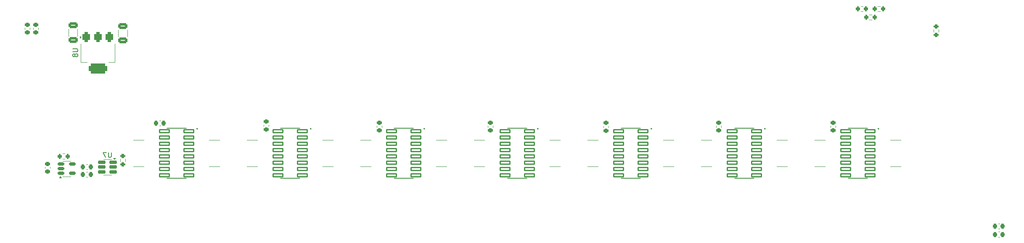
<source format=gbr>
%TF.GenerationSoftware,KiCad,Pcbnew,8.0.4*%
%TF.CreationDate,2024-10-18T15:09:13-05:00*%
%TF.ProjectId,numlocked_right,6e756d6c-6f63-46b6-9564-5f7269676874,rev?*%
%TF.SameCoordinates,Original*%
%TF.FileFunction,Legend,Bot*%
%TF.FilePolarity,Positive*%
%FSLAX46Y46*%
G04 Gerber Fmt 4.6, Leading zero omitted, Abs format (unit mm)*
G04 Created by KiCad (PCBNEW 8.0.4) date 2024-10-18 15:09:13*
%MOMM*%
%LPD*%
G01*
G04 APERTURE LIST*
G04 Aperture macros list*
%AMRoundRect*
0 Rectangle with rounded corners*
0 $1 Rounding radius*
0 $2 $3 $4 $5 $6 $7 $8 $9 X,Y pos of 4 corners*
0 Add a 4 corners polygon primitive as box body*
4,1,4,$2,$3,$4,$5,$6,$7,$8,$9,$2,$3,0*
0 Add four circle primitives for the rounded corners*
1,1,$1+$1,$2,$3*
1,1,$1+$1,$4,$5*
1,1,$1+$1,$6,$7*
1,1,$1+$1,$8,$9*
0 Add four rect primitives between the rounded corners*
20,1,$1+$1,$2,$3,$4,$5,0*
20,1,$1+$1,$4,$5,$6,$7,0*
20,1,$1+$1,$6,$7,$8,$9,0*
20,1,$1+$1,$8,$9,$2,$3,0*%
G04 Aperture macros list end*
%ADD10C,0.150000*%
%ADD11C,0.120000*%
%ADD12C,0.127000*%
%ADD13C,0.200000*%
%ADD14C,1.700000*%
%ADD15C,3.000000*%
%ADD16C,4.000000*%
%ADD17R,2.550000X2.500000*%
%ADD18C,3.050000*%
%ADD19C,1.800000*%
%ADD20C,4.400000*%
%ADD21R,0.900000X0.900000*%
%ADD22RoundRect,0.375000X-0.375000X0.625000X-0.375000X-0.625000X0.375000X-0.625000X0.375000X0.625000X0*%
%ADD23RoundRect,0.500000X-1.400000X0.500000X-1.400000X-0.500000X1.400000X-0.500000X1.400000X0.500000X0*%
%ADD24RoundRect,0.200000X0.275000X-0.200000X0.275000X0.200000X-0.275000X0.200000X-0.275000X-0.200000X0*%
%ADD25RoundRect,0.100500X0.986500X0.301500X-0.986500X0.301500X-0.986500X-0.301500X0.986500X-0.301500X0*%
%ADD26RoundRect,0.200000X-0.200000X-0.275000X0.200000X-0.275000X0.200000X0.275000X-0.200000X0.275000X0*%
%ADD27RoundRect,0.225000X0.250000X-0.225000X0.250000X0.225000X-0.250000X0.225000X-0.250000X-0.225000X0*%
%ADD28RoundRect,0.225000X0.225000X0.250000X-0.225000X0.250000X-0.225000X-0.250000X0.225000X-0.250000X0*%
%ADD29RoundRect,0.150000X0.650000X0.150000X-0.650000X0.150000X-0.650000X-0.150000X0.650000X-0.150000X0*%
%ADD30RoundRect,0.250000X0.650000X-0.325000X0.650000X0.325000X-0.650000X0.325000X-0.650000X-0.325000X0*%
%ADD31RoundRect,0.225000X-0.225000X-0.250000X0.225000X-0.250000X0.225000X0.250000X-0.225000X0.250000X0*%
%ADD32RoundRect,0.150000X-0.512500X-0.150000X0.512500X-0.150000X0.512500X0.150000X-0.512500X0.150000X0*%
G04 APERTURE END LIST*
D10*
X87204112Y-31462388D02*
X88013635Y-31462388D01*
X88013635Y-31462388D02*
X88108873Y-31510007D01*
X88108873Y-31510007D02*
X88156493Y-31557626D01*
X88156493Y-31557626D02*
X88204112Y-31652864D01*
X88204112Y-31652864D02*
X88204112Y-31843340D01*
X88204112Y-31843340D02*
X88156493Y-31938578D01*
X88156493Y-31938578D02*
X88108873Y-31986197D01*
X88108873Y-31986197D02*
X88013635Y-32033816D01*
X88013635Y-32033816D02*
X87204112Y-32033816D01*
X87632683Y-32652864D02*
X87585064Y-32557626D01*
X87585064Y-32557626D02*
X87537445Y-32510007D01*
X87537445Y-32510007D02*
X87442207Y-32462388D01*
X87442207Y-32462388D02*
X87394588Y-32462388D01*
X87394588Y-32462388D02*
X87299350Y-32510007D01*
X87299350Y-32510007D02*
X87251731Y-32557626D01*
X87251731Y-32557626D02*
X87204112Y-32652864D01*
X87204112Y-32652864D02*
X87204112Y-32843340D01*
X87204112Y-32843340D02*
X87251731Y-32938578D01*
X87251731Y-32938578D02*
X87299350Y-32986197D01*
X87299350Y-32986197D02*
X87394588Y-33033816D01*
X87394588Y-33033816D02*
X87442207Y-33033816D01*
X87442207Y-33033816D02*
X87537445Y-32986197D01*
X87537445Y-32986197D02*
X87585064Y-32938578D01*
X87585064Y-32938578D02*
X87632683Y-32843340D01*
X87632683Y-32843340D02*
X87632683Y-32652864D01*
X87632683Y-32652864D02*
X87680302Y-32557626D01*
X87680302Y-32557626D02*
X87727921Y-32510007D01*
X87727921Y-32510007D02*
X87823159Y-32462388D01*
X87823159Y-32462388D02*
X88013635Y-32462388D01*
X88013635Y-32462388D02*
X88108873Y-32510007D01*
X88108873Y-32510007D02*
X88156493Y-32557626D01*
X88156493Y-32557626D02*
X88204112Y-32652864D01*
X88204112Y-32652864D02*
X88204112Y-32843340D01*
X88204112Y-32843340D02*
X88156493Y-32938578D01*
X88156493Y-32938578D02*
X88108873Y-32986197D01*
X88108873Y-32986197D02*
X88013635Y-33033816D01*
X88013635Y-33033816D02*
X87823159Y-33033816D01*
X87823159Y-33033816D02*
X87727921Y-32986197D01*
X87727921Y-32986197D02*
X87680302Y-32938578D01*
X87680302Y-32938578D02*
X87632683Y-32843340D01*
X94961904Y-52304819D02*
X94961904Y-53114342D01*
X94961904Y-53114342D02*
X94914285Y-53209580D01*
X94914285Y-53209580D02*
X94866666Y-53257200D01*
X94866666Y-53257200D02*
X94771428Y-53304819D01*
X94771428Y-53304819D02*
X94580952Y-53304819D01*
X94580952Y-53304819D02*
X94485714Y-53257200D01*
X94485714Y-53257200D02*
X94438095Y-53209580D01*
X94438095Y-53209580D02*
X94390476Y-53114342D01*
X94390476Y-53114342D02*
X94390476Y-52304819D01*
X94009523Y-52304819D02*
X93342857Y-52304819D01*
X93342857Y-52304819D02*
X93771428Y-53304819D01*
D11*
%TO.C,RN5*%
X192970000Y-49801600D02*
X190870000Y-49801600D01*
X192970000Y-55141600D02*
X190870000Y-55141600D01*
%TO.C,RN4*%
X170110000Y-49801600D02*
X168010000Y-49801600D01*
X170110000Y-55141600D02*
X168010000Y-55141600D01*
%TO.C,U8*%
X88839293Y-34134293D02*
X88839293Y-30374293D01*
X90099293Y-34134293D02*
X88839293Y-34134293D01*
X94399293Y-34134293D02*
X95659293Y-34134293D01*
X95659293Y-34134293D02*
X95659293Y-30374293D01*
X88939293Y-29094293D02*
X88609293Y-29334293D01*
X88609293Y-28854293D01*
X88939293Y-29094293D01*
G36*
X88939293Y-29094293D02*
G01*
X88609293Y-29334293D01*
X88609293Y-28854293D01*
X88939293Y-29094293D01*
G37*
%TO.C,R1*%
X260477500Y-27537742D02*
X260477500Y-28012258D01*
X261522500Y-27537742D02*
X261522500Y-28012258D01*
%TO.C,R6*%
X96777500Y-53639342D02*
X96777500Y-54113858D01*
X97822500Y-53639342D02*
X97822500Y-54113858D01*
D12*
%TO.C,U2*%
X129010000Y-47406600D02*
X132910000Y-47406600D01*
X129010000Y-57536600D02*
X132910000Y-57536600D01*
D13*
X135205000Y-47526600D02*
G75*
G02*
X135005000Y-47526600I-100000J0D01*
G01*
X135005000Y-47526600D02*
G75*
G02*
X135205000Y-47526600I100000J0D01*
G01*
D11*
%TO.C,RN14*%
X251830000Y-49801600D02*
X253930000Y-49801600D01*
X251830000Y-55141600D02*
X253930000Y-55141600D01*
%TO.C,R4*%
X248037258Y-24554100D02*
X247562742Y-24554100D01*
X248037258Y-25599100D02*
X247562742Y-25599100D01*
%TO.C,C16*%
X81590000Y-55236020D02*
X81590000Y-55517180D01*
X82610000Y-55236020D02*
X82610000Y-55517180D01*
%TO.C,RN3*%
X147250000Y-49801600D02*
X145150000Y-49801600D01*
X147250000Y-55141600D02*
X145150000Y-55141600D01*
%TO.C,C5*%
X194077000Y-46986620D02*
X194077000Y-47267780D01*
X195097000Y-46986620D02*
X195097000Y-47267780D01*
%TO.C,RN6*%
X215830000Y-49801600D02*
X213730000Y-49801600D01*
X215830000Y-55141600D02*
X213730000Y-55141600D01*
%TO.C,C9*%
X273529420Y-66676600D02*
X273810580Y-66676600D01*
X273529420Y-67696600D02*
X273810580Y-67696600D01*
%TO.C,U7*%
X93425000Y-53690000D02*
X94200000Y-53690000D01*
X93425000Y-56810000D02*
X94200000Y-56810000D01*
X94975000Y-53690000D02*
X94200000Y-53690000D01*
X94975000Y-56810000D02*
X94200000Y-56810000D01*
X95562500Y-53740000D02*
X95322500Y-53410000D01*
X95802500Y-53410000D01*
X95562500Y-53740000D01*
G36*
X95562500Y-53740000D02*
G01*
X95322500Y-53410000D01*
X95802500Y-53410000D01*
X95562500Y-53740000D01*
G37*
%TO.C,RN1*%
X101530000Y-49801600D02*
X99430000Y-49801600D01*
X101530000Y-55141600D02*
X99430000Y-55141600D01*
D12*
%TO.C,U3*%
X151870000Y-47406600D02*
X155770000Y-47406600D01*
X151870000Y-57536600D02*
X155770000Y-57536600D01*
D13*
X158065000Y-47526600D02*
G75*
G02*
X157865000Y-47526600I-100000J0D01*
G01*
X157865000Y-47526600D02*
G75*
G02*
X158065000Y-47526600I100000J0D01*
G01*
D11*
%TO.C,RN7*%
X114670000Y-49801600D02*
X116770000Y-49801600D01*
X114670000Y-55141600D02*
X116770000Y-55141600D01*
%TO.C,C13*%
X96390000Y-27588748D02*
X96390000Y-29011252D01*
X98210000Y-27588748D02*
X98210000Y-29011252D01*
%TO.C,RN2*%
X124390000Y-49801600D02*
X122290000Y-49801600D01*
X124390000Y-55141600D02*
X122290000Y-55141600D01*
%TO.C,R3*%
X246337258Y-22854100D02*
X245862742Y-22854100D01*
X246337258Y-23899100D02*
X245862742Y-23899100D01*
%TO.C,C3*%
X148407800Y-46961220D02*
X148407800Y-47242380D01*
X149427800Y-46961220D02*
X149427800Y-47242380D01*
D12*
%TO.C,U4*%
X174730000Y-47406600D02*
X178630000Y-47406600D01*
X174730000Y-57536600D02*
X178630000Y-57536600D01*
D13*
X180925000Y-47526600D02*
G75*
G02*
X180725000Y-47526600I-100000J0D01*
G01*
X180725000Y-47526600D02*
G75*
G02*
X180925000Y-47526600I100000J0D01*
G01*
D11*
%TO.C,RN11*%
X206110000Y-49801600D02*
X208210000Y-49801600D01*
X206110000Y-55141600D02*
X208210000Y-55141600D01*
%TO.C,C2*%
X125624000Y-46743020D02*
X125624000Y-47024180D01*
X126644000Y-46743020D02*
X126644000Y-47024180D01*
%TO.C,C12*%
X86339293Y-27463041D02*
X86339293Y-28885545D01*
X88159293Y-27463041D02*
X88159293Y-28885545D01*
D12*
%TO.C,U6*%
X220450000Y-47406600D02*
X224350000Y-47406600D01*
X220450000Y-57536600D02*
X224350000Y-57536600D01*
D13*
X226645000Y-47526600D02*
G75*
G02*
X226445000Y-47526600I-100000J0D01*
G01*
X226445000Y-47526600D02*
G75*
G02*
X226645000Y-47526600I100000J0D01*
G01*
D12*
%TO.C,U5*%
X197590000Y-47406600D02*
X201490000Y-47406600D01*
X197590000Y-57536600D02*
X201490000Y-57536600D01*
D13*
X203785000Y-47526600D02*
G75*
G02*
X203585000Y-47526600I-100000J0D01*
G01*
X203585000Y-47526600D02*
G75*
G02*
X203785000Y-47526600I100000J0D01*
G01*
D11*
%TO.C,RN12*%
X228970000Y-49801600D02*
X231070000Y-49801600D01*
X228970000Y-55141600D02*
X231070000Y-55141600D01*
%TO.C,C11*%
X77530000Y-27236020D02*
X77530000Y-27517180D01*
X78550000Y-27236020D02*
X78550000Y-27517180D01*
%TO.C,C1*%
X104609420Y-45941600D02*
X104890580Y-45941600D01*
X104609420Y-46961600D02*
X104890580Y-46961600D01*
%TO.C,C7*%
X89900020Y-54679400D02*
X90181180Y-54679400D01*
X89900020Y-55699400D02*
X90181180Y-55699400D01*
D12*
%TO.C,U9*%
X243310000Y-47406600D02*
X247210000Y-47406600D01*
X243310000Y-57536600D02*
X247210000Y-57536600D01*
D13*
X249505000Y-47526600D02*
G75*
G02*
X249305000Y-47526600I-100000J0D01*
G01*
X249305000Y-47526600D02*
G75*
G02*
X249505000Y-47526600I100000J0D01*
G01*
D11*
%TO.C,C6*%
X216784600Y-46961220D02*
X216784600Y-47242380D01*
X217804600Y-46961220D02*
X217804600Y-47242380D01*
%TO.C,RN8*%
X137530000Y-49801600D02*
X139630000Y-49801600D01*
X137530000Y-55141600D02*
X139630000Y-55141600D01*
%TO.C,RN13*%
X238690000Y-49801600D02*
X236590000Y-49801600D01*
X238690000Y-55141600D02*
X236590000Y-55141600D01*
%TO.C,C8*%
X273529420Y-68302200D02*
X273810580Y-68302200D01*
X273529420Y-69322200D02*
X273810580Y-69322200D01*
%TO.C,R5*%
X249737258Y-22854100D02*
X249262742Y-22854100D01*
X249737258Y-23899100D02*
X249262742Y-23899100D01*
%TO.C,RN9*%
X160390000Y-49801600D02*
X162490000Y-49801600D01*
X160390000Y-55141600D02*
X162490000Y-55141600D01*
%TO.C,C15*%
X90178154Y-56273160D02*
X89896994Y-56273160D01*
X90178154Y-57293160D02*
X89896994Y-57293160D01*
%TO.C,C14*%
X239790000Y-46961220D02*
X239790000Y-47242380D01*
X240810000Y-46961220D02*
X240810000Y-47242380D01*
%TO.C,C10*%
X79282600Y-27236020D02*
X79282600Y-27517180D01*
X80302600Y-27236020D02*
X80302600Y-27517180D01*
%TO.C,R7*%
X85637258Y-52554100D02*
X85162742Y-52554100D01*
X85637258Y-53599100D02*
X85162742Y-53599100D01*
%TO.C,RN10*%
X183250000Y-49801600D02*
X185350000Y-49801600D01*
X183250000Y-55141600D02*
X185350000Y-55141600D01*
%TO.C,C4*%
X170810600Y-46961220D02*
X170810600Y-47242380D01*
X171830600Y-46961220D02*
X171830600Y-47242380D01*
D12*
%TO.C,U1*%
X106150000Y-47406600D02*
X110050000Y-47406600D01*
X106150000Y-57536600D02*
X110050000Y-57536600D01*
D13*
X112345000Y-47526600D02*
G75*
G02*
X112145000Y-47526600I-100000J0D01*
G01*
X112145000Y-47526600D02*
G75*
G02*
X112345000Y-47526600I100000J0D01*
G01*
D11*
%TO.C,U10*%
X85200000Y-54016600D02*
X86000000Y-54016600D01*
X85200000Y-57136600D02*
X86000000Y-57136600D01*
X86800000Y-54016600D02*
X86000000Y-54016600D01*
X86800000Y-57136600D02*
X86000000Y-57136600D01*
X84940000Y-57416600D02*
X84460000Y-57416600D01*
X84700000Y-57086600D01*
X84940000Y-57416600D01*
G36*
X84940000Y-57416600D02*
G01*
X84460000Y-57416600D01*
X84700000Y-57086600D01*
X84940000Y-57416600D01*
G37*
%TD*%
%LPC*%
D14*
%TO.C,S2*%
X93495000Y-86141600D03*
D15*
X94765000Y-83601600D03*
D16*
X98575000Y-86141600D03*
D15*
X101115000Y-81061600D03*
D14*
X103655000Y-86141600D03*
D17*
X91165000Y-83601600D03*
X104590000Y-81061600D03*
%TD*%
D14*
%TO.C,S26*%
X188745000Y-86141600D03*
D15*
X190015000Y-83601600D03*
D16*
X193825000Y-86141600D03*
D15*
X196365000Y-81061600D03*
D14*
X198905000Y-86141600D03*
D17*
X186415000Y-83601600D03*
X199840000Y-81061600D03*
%TD*%
D18*
%TO.C,S42*%
X220025000Y-60091600D03*
D16*
X220025000Y-75331600D03*
D14*
X226845000Y-67091600D03*
D15*
X228115000Y-64551600D03*
D16*
X231925000Y-67091600D03*
D15*
X234465000Y-62011600D03*
D14*
X237005000Y-67091600D03*
D18*
X243825000Y-60091600D03*
D16*
X243825000Y-75331600D03*
D17*
X224515000Y-64551600D03*
X237940000Y-62011600D03*
%TD*%
D14*
%TO.C,S12*%
X131595000Y-43279100D03*
D15*
X132865000Y-40739100D03*
D16*
X136675000Y-43279100D03*
D15*
X139215000Y-38199100D03*
D14*
X141755000Y-43279100D03*
D17*
X129265000Y-40739100D03*
X142690000Y-38199100D03*
%TD*%
D19*
%TO.C,J1*%
X274050000Y-71009100D03*
X274050000Y-73509100D03*
X274050000Y-76009100D03*
X274050000Y-78509100D03*
%TD*%
D20*
%TO.C,H4*%
X257500000Y-24000000D03*
%TD*%
D14*
%TO.C,S28*%
X174457500Y-43279100D03*
D15*
X175727500Y-40739100D03*
D16*
X179537500Y-43279100D03*
D15*
X182077500Y-38199100D03*
D14*
X184617500Y-43279100D03*
D17*
X172127500Y-40739100D03*
X185552500Y-38199100D03*
%TD*%
D14*
%TO.C,S11*%
X117307500Y-105191600D03*
D15*
X118577500Y-102651600D03*
D16*
X122387500Y-105191600D03*
D15*
X124927500Y-100111600D03*
D14*
X127467500Y-105191600D03*
D17*
X114977500Y-102651600D03*
X128402500Y-100111600D03*
%TD*%
D14*
%TO.C,S41*%
X241132500Y-148054100D03*
D15*
X242402500Y-145514100D03*
D16*
X246212500Y-148054100D03*
D15*
X248752500Y-142974100D03*
D14*
X251292500Y-148054100D03*
D17*
X238802500Y-145514100D03*
X252227500Y-142974100D03*
%TD*%
D19*
%TO.C,J2*%
X274050000Y-110889100D03*
X274050000Y-113389100D03*
X274050000Y-115889100D03*
X274050000Y-118389100D03*
%TD*%
D14*
%TO.C,S36*%
X193507500Y-43279100D03*
D15*
X194777500Y-40739100D03*
D16*
X198587500Y-43279100D03*
D15*
X201127500Y-38199100D03*
D14*
X203667500Y-43279100D03*
D17*
X191177500Y-40739100D03*
X204602500Y-38199100D03*
%TD*%
D14*
%TO.C,S19*%
X169695000Y-86141600D03*
D15*
X170965000Y-83601600D03*
D16*
X174775000Y-86141600D03*
D15*
X177315000Y-81061600D03*
D14*
X179855000Y-86141600D03*
D17*
X167365000Y-83601600D03*
X180790000Y-81061600D03*
%TD*%
D14*
%TO.C,S31*%
X207795000Y-86141600D03*
D15*
X209065000Y-83601600D03*
D16*
X212875000Y-86141600D03*
D15*
X215415000Y-81061600D03*
D14*
X217955000Y-86141600D03*
D17*
X205465000Y-83601600D03*
X218890000Y-81061600D03*
%TD*%
D20*
%TO.C,H6*%
X250975000Y-62011600D03*
%TD*%
D14*
%TO.C,S25*%
X160170000Y-143291600D03*
D15*
X161440000Y-140751600D03*
D16*
X165250000Y-143291600D03*
D15*
X167790000Y-138211600D03*
D14*
X170330000Y-143291600D03*
D17*
X157840000Y-140751600D03*
X171265000Y-138211600D03*
%TD*%
D14*
%TO.C,S23*%
X174457500Y-105191600D03*
D15*
X175727500Y-102651600D03*
D16*
X179537500Y-105191600D03*
D15*
X182077500Y-100111600D03*
D14*
X184617500Y-105191600D03*
D17*
X172127500Y-102651600D03*
X185552500Y-100111600D03*
%TD*%
D14*
%TO.C,S1*%
X83970000Y-67091600D03*
D15*
X85240000Y-64551600D03*
D16*
X89050000Y-67091600D03*
D15*
X91590000Y-62011600D03*
D14*
X94130000Y-67091600D03*
D17*
X81640000Y-64551600D03*
X95065000Y-62011600D03*
%TD*%
D20*
%TO.C,H1*%
X74000000Y-48804100D03*
%TD*%
D14*
%TO.C,S33*%
X179220000Y-143291600D03*
D15*
X180490000Y-140751600D03*
D16*
X184300000Y-143291600D03*
D15*
X186840000Y-138211600D03*
D14*
X189380000Y-143291600D03*
D17*
X176890000Y-140751600D03*
X190315000Y-138211600D03*
%TD*%
D14*
%TO.C,S45*%
X236370000Y-43279100D03*
D15*
X237640000Y-40739100D03*
D16*
X241450000Y-43279100D03*
D15*
X243990000Y-38199100D03*
D14*
X246530000Y-43279100D03*
D17*
X234040000Y-40739100D03*
X247465000Y-38199100D03*
%TD*%
D20*
%TO.C,H3*%
X159725000Y-156000000D03*
%TD*%
D14*
%TO.C,S13*%
X131595000Y-86141600D03*
D15*
X132865000Y-83601600D03*
D16*
X136675000Y-86141600D03*
D15*
X139215000Y-81061600D03*
D14*
X141755000Y-86141600D03*
D17*
X129265000Y-83601600D03*
X142690000Y-81061600D03*
%TD*%
D14*
%TO.C,S7*%
X112545000Y-86141600D03*
D15*
X113815000Y-83601600D03*
D16*
X117625000Y-86141600D03*
D15*
X120165000Y-81061600D03*
D14*
X122705000Y-86141600D03*
D17*
X110215000Y-83601600D03*
X123640000Y-81061600D03*
%TD*%
D14*
%TO.C,S49*%
X260182500Y-67091600D03*
D15*
X261452500Y-64551600D03*
D16*
X265262500Y-67091600D03*
D15*
X267802500Y-62011600D03*
D14*
X270342500Y-67091600D03*
D17*
X257852500Y-64551600D03*
X271277500Y-62011600D03*
%TD*%
D14*
%TO.C,S29*%
X193507500Y-105191600D03*
D15*
X194777500Y-102651600D03*
D16*
X198587500Y-105191600D03*
D15*
X201127500Y-100111600D03*
D14*
X203667500Y-105191600D03*
D17*
X191177500Y-102651600D03*
X204602500Y-100111600D03*
%TD*%
D14*
%TO.C,S40*%
X222082500Y-148054100D03*
D15*
X223352500Y-145514100D03*
D16*
X227162500Y-148054100D03*
D15*
X229702500Y-142974100D03*
D14*
X232242500Y-148054100D03*
D17*
X219752500Y-145514100D03*
X233177500Y-142974100D03*
%TD*%
D14*
%TO.C,S17*%
X150645000Y-86141600D03*
D15*
X151915000Y-83601600D03*
D16*
X155725000Y-86141600D03*
D15*
X158265000Y-81061600D03*
D14*
X160805000Y-86141600D03*
D17*
X148315000Y-83601600D03*
X161740000Y-81061600D03*
%TD*%
D14*
%TO.C,S24*%
X160170000Y-67091600D03*
D15*
X161440000Y-64551600D03*
D16*
X165250000Y-67091600D03*
D15*
X167790000Y-62011600D03*
D14*
X170330000Y-67091600D03*
D17*
X157840000Y-64551600D03*
X171265000Y-62011600D03*
%TD*%
D14*
%TO.C,S6*%
X98257500Y-105191600D03*
D15*
X99527500Y-102651600D03*
D16*
X103337500Y-105191600D03*
D15*
X105877500Y-100111600D03*
D14*
X108417500Y-105191600D03*
D17*
X95927500Y-102651600D03*
X109352500Y-100111600D03*
%TD*%
D18*
%TO.C,S37*%
X217643750Y-98216600D03*
D16*
X217643750Y-113456600D03*
D14*
X224463750Y-105191600D03*
D15*
X225733750Y-102651600D03*
D16*
X229543750Y-105191600D03*
D15*
X232083750Y-100111600D03*
D14*
X234623750Y-105191600D03*
D18*
X241443750Y-98216600D03*
D16*
X241443750Y-113456600D03*
D17*
X222133750Y-102651600D03*
X235558750Y-100111600D03*
%TD*%
D14*
%TO.C,S15*%
X141120000Y-67091600D03*
D15*
X142390000Y-64551600D03*
D16*
X146200000Y-67091600D03*
D15*
X148740000Y-62011600D03*
D14*
X151280000Y-67091600D03*
D17*
X138790000Y-64551600D03*
X152215000Y-62011600D03*
%TD*%
D14*
%TO.C,S34*%
X198270000Y-143291600D03*
D15*
X199540000Y-140751600D03*
D16*
X203350000Y-143291600D03*
D15*
X205890000Y-138211600D03*
D14*
X208430000Y-143291600D03*
D17*
X195940000Y-140751600D03*
X209365000Y-138211600D03*
%TD*%
D14*
%TO.C,S9*%
X107782500Y-124241600D03*
D15*
X109052500Y-121701600D03*
D16*
X112862500Y-124241600D03*
D15*
X115402500Y-119161600D03*
D14*
X117942500Y-124241600D03*
D17*
X105452500Y-121701600D03*
X118877500Y-119161600D03*
%TD*%
D14*
%TO.C,S21*%
X164932500Y-124241600D03*
D15*
X166202500Y-121701600D03*
D16*
X170012500Y-124241600D03*
D15*
X172552500Y-119161600D03*
D14*
X175092500Y-124241600D03*
D17*
X162602500Y-121701600D03*
X176027500Y-119161600D03*
%TD*%
D14*
%TO.C,S43*%
X260182500Y-148054100D03*
D15*
X261452500Y-145514100D03*
D16*
X265262500Y-148054100D03*
D15*
X267802500Y-142974100D03*
D14*
X270342500Y-148054100D03*
D17*
X257852500Y-145514100D03*
X271277500Y-142974100D03*
%TD*%
D20*
%TO.C,H2*%
X273168750Y-156000000D03*
%TD*%
D14*
%TO.C,S4*%
X93495000Y-43279100D03*
D15*
X94765000Y-40739100D03*
D16*
X98575000Y-43279100D03*
D15*
X101115000Y-38199100D03*
D14*
X103655000Y-43279100D03*
D17*
X91165000Y-40739100D03*
X104590000Y-38199100D03*
%TD*%
D14*
%TO.C,S10*%
X122070000Y-67091600D03*
D15*
X123340000Y-64551600D03*
D16*
X127150000Y-67091600D03*
D15*
X129690000Y-62011600D03*
D14*
X132230000Y-67091600D03*
D17*
X119740000Y-64551600D03*
X133165000Y-62011600D03*
%TD*%
D20*
%TO.C,H5*%
X117625000Y-76616600D03*
%TD*%
D14*
%TO.C,S16*%
X126832500Y-124241600D03*
D15*
X128102500Y-121701600D03*
D16*
X131912500Y-124241600D03*
D15*
X134452500Y-119161600D03*
D14*
X136992500Y-124241600D03*
D17*
X124502500Y-121701600D03*
X137927500Y-119161600D03*
%TD*%
D14*
%TO.C,S38*%
X231607500Y-86141600D03*
D15*
X232877500Y-83601600D03*
D16*
X236687500Y-86141600D03*
D15*
X239227500Y-81061600D03*
D14*
X241767500Y-86141600D03*
D17*
X229277500Y-83601600D03*
X242702500Y-81061600D03*
%TD*%
D14*
%TO.C,S3*%
X74445000Y-43279100D03*
D15*
X75715000Y-40739100D03*
D16*
X79525000Y-43279100D03*
D15*
X82065000Y-38199100D03*
D14*
X84605000Y-43279100D03*
D17*
X72115000Y-40739100D03*
X85540000Y-38199100D03*
%TD*%
D14*
%TO.C,S20*%
X155407500Y-43279100D03*
D15*
X156677500Y-40739100D03*
D16*
X160487500Y-43279100D03*
D15*
X163027500Y-38199100D03*
D14*
X165567500Y-43279100D03*
D17*
X153077500Y-40739100D03*
X166502500Y-38199100D03*
%TD*%
D14*
%TO.C,S27*%
X179220000Y-67091600D03*
D15*
X180490000Y-64551600D03*
D16*
X184300000Y-67091600D03*
D15*
X186840000Y-62011600D03*
D14*
X189380000Y-67091600D03*
D17*
X176890000Y-64551600D03*
X190315000Y-62011600D03*
%TD*%
D14*
%TO.C,S22*%
X145882500Y-124241600D03*
D15*
X147152500Y-121701600D03*
D16*
X150962500Y-124241600D03*
D15*
X153502500Y-119161600D03*
D14*
X156042500Y-124241600D03*
D17*
X143552500Y-121701600D03*
X156977500Y-119161600D03*
%TD*%
D14*
%TO.C,S18*%
X155407500Y-105191600D03*
D15*
X156677500Y-102651600D03*
D16*
X160487500Y-105191600D03*
D15*
X163027500Y-100111600D03*
D14*
X165567500Y-105191600D03*
D17*
X153077500Y-102651600D03*
X166502500Y-100111600D03*
%TD*%
D20*
%TO.C,H7*%
X198587500Y-114716600D03*
%TD*%
D14*
%TO.C,S32*%
X198270000Y-67091600D03*
D15*
X199540000Y-64551600D03*
D16*
X203350000Y-67091600D03*
D15*
X205890000Y-62011600D03*
D14*
X208430000Y-67091600D03*
D17*
X195940000Y-64551600D03*
X209365000Y-62011600D03*
%TD*%
D14*
%TO.C,S30*%
X183982500Y-124241600D03*
D15*
X185252500Y-121701600D03*
D16*
X189062500Y-124241600D03*
D15*
X191602500Y-119161600D03*
D14*
X194142500Y-124241600D03*
D17*
X181652500Y-121701600D03*
X195077500Y-119161600D03*
%TD*%
D14*
%TO.C,S44*%
X212557500Y-43279100D03*
D15*
X213827500Y-40739100D03*
D16*
X217637500Y-43279100D03*
D15*
X220177500Y-38199100D03*
D14*
X222717500Y-43279100D03*
D17*
X210227500Y-40739100D03*
X223652500Y-38199100D03*
%TD*%
D14*
%TO.C,S46*%
X260182500Y-43279100D03*
D15*
X261452500Y-40739100D03*
D16*
X265262500Y-43279100D03*
D15*
X267802500Y-38199100D03*
D14*
X270342500Y-43279100D03*
D17*
X257852500Y-40739100D03*
X271277500Y-38199100D03*
%TD*%
D14*
%TO.C,S35*%
X210176250Y-124241600D03*
D15*
X211446250Y-121701600D03*
D16*
X215256250Y-124241600D03*
D15*
X217796250Y-119161600D03*
D14*
X220336250Y-124241600D03*
D17*
X207846250Y-121701600D03*
X221271250Y-119161600D03*
%TD*%
D14*
%TO.C,S5*%
X112545000Y-43279100D03*
D15*
X113815000Y-40739100D03*
D16*
X117625000Y-43279100D03*
D15*
X120165000Y-38199100D03*
D14*
X122705000Y-43279100D03*
D17*
X110215000Y-40739100D03*
X123640000Y-38199100D03*
%TD*%
D14*
%TO.C,S8*%
X103020000Y-67091600D03*
D15*
X104290000Y-64551600D03*
D16*
X108100000Y-67091600D03*
D15*
X110640000Y-62011600D03*
D14*
X113180000Y-67091600D03*
D17*
X100690000Y-64551600D03*
X114115000Y-62011600D03*
%TD*%
D14*
%TO.C,S39*%
X241132500Y-129004100D03*
D15*
X242402500Y-126464100D03*
D16*
X246212500Y-129004100D03*
D15*
X248752500Y-123924100D03*
D14*
X251292500Y-129004100D03*
D17*
X238802500Y-126464100D03*
X252227500Y-123924100D03*
%TD*%
D14*
%TO.C,S47*%
X260182500Y-105191600D03*
D15*
X261452500Y-102651600D03*
D16*
X265262500Y-105191600D03*
D15*
X267802500Y-100111600D03*
D14*
X270342500Y-105191600D03*
D17*
X257852500Y-102651600D03*
X271277500Y-100111600D03*
%TD*%
D14*
%TO.C,S14*%
X136357500Y-105191600D03*
D15*
X137627500Y-102651600D03*
D16*
X141437500Y-105191600D03*
D15*
X143977500Y-100111600D03*
D14*
X146517500Y-105191600D03*
D17*
X134027500Y-102651600D03*
X147452500Y-100111600D03*
%TD*%
D14*
%TO.C,S48*%
X260182500Y-86141600D03*
D15*
X261452500Y-83601600D03*
D16*
X265262500Y-86141600D03*
D15*
X267802500Y-81061600D03*
D14*
X270342500Y-86141600D03*
D17*
X257852500Y-83601600D03*
X271277500Y-81061600D03*
%TD*%
D19*
%TO.C,J4*%
X110563600Y-128266600D03*
X113063600Y-128266600D03*
X115563600Y-128266600D03*
X118063600Y-128266600D03*
%TD*%
D21*
%TO.C,RN5*%
X193420000Y-50471600D03*
X193420000Y-51811600D03*
X193420000Y-53131600D03*
X193420000Y-54471600D03*
X190420000Y-54471600D03*
X190420000Y-53131600D03*
X190420000Y-51811600D03*
X190420000Y-50471600D03*
%TD*%
%TO.C,RN4*%
X170560000Y-50471600D03*
X170560000Y-51811600D03*
X170560000Y-53131600D03*
X170560000Y-54471600D03*
X167560000Y-54471600D03*
X167560000Y-53131600D03*
X167560000Y-51811600D03*
X167560000Y-50471600D03*
%TD*%
D22*
%TO.C,U8*%
X89949293Y-29074293D03*
X92249293Y-29074293D03*
X94549293Y-29074293D03*
D23*
X92249293Y-35374293D03*
%TD*%
D24*
%TO.C,R1*%
X261000000Y-28600000D03*
X261000000Y-26950000D03*
%TD*%
%TO.C,R6*%
X97300000Y-54701600D03*
X97300000Y-53051600D03*
%TD*%
D25*
%TO.C,U2*%
X133435000Y-48026600D03*
X133435000Y-49296600D03*
X133435000Y-50566600D03*
X133435000Y-51836600D03*
X133435000Y-53106600D03*
X133435000Y-54376600D03*
X133435000Y-55646600D03*
X133435000Y-56916600D03*
X128485000Y-56916600D03*
X128485000Y-55646600D03*
X128485000Y-54376600D03*
X128485000Y-53106600D03*
X128485000Y-51836600D03*
X128485000Y-50566600D03*
X128485000Y-49296600D03*
X128485000Y-48026600D03*
%TD*%
D21*
%TO.C,RN14*%
X251380000Y-54471600D03*
X251380000Y-53131600D03*
X251380000Y-51811600D03*
X251380000Y-50471600D03*
X254380000Y-50471600D03*
X254380000Y-51811600D03*
X254380000Y-53131600D03*
X254380000Y-54471600D03*
%TD*%
D26*
%TO.C,R4*%
X246975000Y-25076600D03*
X248625000Y-25076600D03*
%TD*%
D27*
%TO.C,C16*%
X82100000Y-56151600D03*
X82100000Y-54601600D03*
%TD*%
D21*
%TO.C,RN3*%
X147700000Y-50471600D03*
X147700000Y-51811600D03*
X147700000Y-53131600D03*
X147700000Y-54471600D03*
X144700000Y-54471600D03*
X144700000Y-53131600D03*
X144700000Y-51811600D03*
X144700000Y-50471600D03*
%TD*%
D27*
%TO.C,C5*%
X194587000Y-47902200D03*
X194587000Y-46352200D03*
%TD*%
D21*
%TO.C,RN6*%
X216280000Y-50471600D03*
X216280000Y-51811600D03*
X216280000Y-53131600D03*
X216280000Y-54471600D03*
X213280000Y-54471600D03*
X213280000Y-53131600D03*
X213280000Y-51811600D03*
X213280000Y-50471600D03*
%TD*%
D28*
%TO.C,C9*%
X274445000Y-67186600D03*
X272895000Y-67186600D03*
%TD*%
D29*
%TO.C,U7*%
X95350000Y-54300000D03*
X95350000Y-55250000D03*
X95350000Y-56200000D03*
X93050000Y-56200000D03*
X93050000Y-55250000D03*
X93050000Y-54300000D03*
%TD*%
D21*
%TO.C,RN1*%
X101980000Y-50471600D03*
X101980000Y-51811600D03*
X101980000Y-53131600D03*
X101980000Y-54471600D03*
X98980000Y-54471600D03*
X98980000Y-53131600D03*
X98980000Y-51811600D03*
X98980000Y-50471600D03*
%TD*%
D25*
%TO.C,U3*%
X156295000Y-48026600D03*
X156295000Y-49296600D03*
X156295000Y-50566600D03*
X156295000Y-51836600D03*
X156295000Y-53106600D03*
X156295000Y-54376600D03*
X156295000Y-55646600D03*
X156295000Y-56916600D03*
X151345000Y-56916600D03*
X151345000Y-55646600D03*
X151345000Y-54376600D03*
X151345000Y-53106600D03*
X151345000Y-51836600D03*
X151345000Y-50566600D03*
X151345000Y-49296600D03*
X151345000Y-48026600D03*
%TD*%
D21*
%TO.C,RN7*%
X114220000Y-54471600D03*
X114220000Y-53131600D03*
X114220000Y-51811600D03*
X114220000Y-50471600D03*
X117220000Y-50471600D03*
X117220000Y-51811600D03*
X117220000Y-53131600D03*
X117220000Y-54471600D03*
%TD*%
D30*
%TO.C,C13*%
X97300000Y-29775000D03*
X97300000Y-26825000D03*
%TD*%
D21*
%TO.C,RN2*%
X124840000Y-50471600D03*
X124840000Y-51811600D03*
X124840000Y-53131600D03*
X124840000Y-54471600D03*
X121840000Y-54471600D03*
X121840000Y-53131600D03*
X121840000Y-51811600D03*
X121840000Y-50471600D03*
%TD*%
D26*
%TO.C,R3*%
X245275000Y-23376600D03*
X246925000Y-23376600D03*
%TD*%
D27*
%TO.C,C3*%
X148917800Y-47876800D03*
X148917800Y-46326800D03*
%TD*%
D25*
%TO.C,U4*%
X179155000Y-48026600D03*
X179155000Y-49296600D03*
X179155000Y-50566600D03*
X179155000Y-51836600D03*
X179155000Y-53106600D03*
X179155000Y-54376600D03*
X179155000Y-55646600D03*
X179155000Y-56916600D03*
X174205000Y-56916600D03*
X174205000Y-55646600D03*
X174205000Y-54376600D03*
X174205000Y-53106600D03*
X174205000Y-51836600D03*
X174205000Y-50566600D03*
X174205000Y-49296600D03*
X174205000Y-48026600D03*
%TD*%
D21*
%TO.C,RN11*%
X205660000Y-54471600D03*
X205660000Y-53131600D03*
X205660000Y-51811600D03*
X205660000Y-50471600D03*
X208660000Y-50471600D03*
X208660000Y-51811600D03*
X208660000Y-53131600D03*
X208660000Y-54471600D03*
%TD*%
D27*
%TO.C,C2*%
X126134000Y-47658600D03*
X126134000Y-46108600D03*
%TD*%
D30*
%TO.C,C12*%
X87249293Y-29649293D03*
X87249293Y-26699293D03*
%TD*%
D25*
%TO.C,U6*%
X224875000Y-48026600D03*
X224875000Y-49296600D03*
X224875000Y-50566600D03*
X224875000Y-51836600D03*
X224875000Y-53106600D03*
X224875000Y-54376600D03*
X224875000Y-55646600D03*
X224875000Y-56916600D03*
X219925000Y-56916600D03*
X219925000Y-55646600D03*
X219925000Y-54376600D03*
X219925000Y-53106600D03*
X219925000Y-51836600D03*
X219925000Y-50566600D03*
X219925000Y-49296600D03*
X219925000Y-48026600D03*
%TD*%
%TO.C,U5*%
X202015000Y-48026600D03*
X202015000Y-49296600D03*
X202015000Y-50566600D03*
X202015000Y-51836600D03*
X202015000Y-53106600D03*
X202015000Y-54376600D03*
X202015000Y-55646600D03*
X202015000Y-56916600D03*
X197065000Y-56916600D03*
X197065000Y-55646600D03*
X197065000Y-54376600D03*
X197065000Y-53106600D03*
X197065000Y-51836600D03*
X197065000Y-50566600D03*
X197065000Y-49296600D03*
X197065000Y-48026600D03*
%TD*%
D21*
%TO.C,RN12*%
X228520000Y-54471600D03*
X228520000Y-53131600D03*
X228520000Y-51811600D03*
X228520000Y-50471600D03*
X231520000Y-50471600D03*
X231520000Y-51811600D03*
X231520000Y-53131600D03*
X231520000Y-54471600D03*
%TD*%
D27*
%TO.C,C11*%
X78040000Y-28151600D03*
X78040000Y-26601600D03*
%TD*%
D28*
%TO.C,C1*%
X105525000Y-46451600D03*
X103975000Y-46451600D03*
%TD*%
%TO.C,C7*%
X90815600Y-55189400D03*
X89265600Y-55189400D03*
%TD*%
D25*
%TO.C,U9*%
X247735000Y-48026600D03*
X247735000Y-49296600D03*
X247735000Y-50566600D03*
X247735000Y-51836600D03*
X247735000Y-53106600D03*
X247735000Y-54376600D03*
X247735000Y-55646600D03*
X247735000Y-56916600D03*
X242785000Y-56916600D03*
X242785000Y-55646600D03*
X242785000Y-54376600D03*
X242785000Y-53106600D03*
X242785000Y-51836600D03*
X242785000Y-50566600D03*
X242785000Y-49296600D03*
X242785000Y-48026600D03*
%TD*%
D27*
%TO.C,C6*%
X217294600Y-47876800D03*
X217294600Y-46326800D03*
%TD*%
D21*
%TO.C,RN8*%
X137080000Y-54471600D03*
X137080000Y-53131600D03*
X137080000Y-51811600D03*
X137080000Y-50471600D03*
X140080000Y-50471600D03*
X140080000Y-51811600D03*
X140080000Y-53131600D03*
X140080000Y-54471600D03*
%TD*%
%TO.C,RN13*%
X239140000Y-50471600D03*
X239140000Y-51811600D03*
X239140000Y-53131600D03*
X239140000Y-54471600D03*
X236140000Y-54471600D03*
X236140000Y-53131600D03*
X236140000Y-51811600D03*
X236140000Y-50471600D03*
%TD*%
D28*
%TO.C,C8*%
X274445000Y-68812200D03*
X272895000Y-68812200D03*
%TD*%
D26*
%TO.C,R5*%
X248675000Y-23376600D03*
X250325000Y-23376600D03*
%TD*%
D21*
%TO.C,RN9*%
X159940000Y-54471600D03*
X159940000Y-53131600D03*
X159940000Y-51811600D03*
X159940000Y-50471600D03*
X162940000Y-50471600D03*
X162940000Y-51811600D03*
X162940000Y-53131600D03*
X162940000Y-54471600D03*
%TD*%
D19*
%TO.C,J3*%
X75500000Y-27527600D03*
X75500000Y-30027600D03*
X75500000Y-32527600D03*
X75500000Y-35027600D03*
%TD*%
D31*
%TO.C,C15*%
X89262574Y-56783160D03*
X90812574Y-56783160D03*
%TD*%
D27*
%TO.C,C14*%
X240300000Y-47876800D03*
X240300000Y-46326800D03*
%TD*%
D19*
%TO.C,J5*%
X132779400Y-128266600D03*
X135279400Y-128266600D03*
X137779400Y-128266600D03*
X140279400Y-128266600D03*
%TD*%
D27*
%TO.C,C10*%
X79792600Y-28151600D03*
X79792600Y-26601600D03*
%TD*%
D26*
%TO.C,R7*%
X84575000Y-53076600D03*
X86225000Y-53076600D03*
%TD*%
D21*
%TO.C,RN10*%
X182800000Y-54471600D03*
X182800000Y-53131600D03*
X182800000Y-51811600D03*
X182800000Y-50471600D03*
X185800000Y-50471600D03*
X185800000Y-51811600D03*
X185800000Y-53131600D03*
X185800000Y-54471600D03*
%TD*%
D27*
%TO.C,C4*%
X171320600Y-47876800D03*
X171320600Y-46326800D03*
%TD*%
D25*
%TO.C,U1*%
X110575000Y-48026600D03*
X110575000Y-49296600D03*
X110575000Y-50566600D03*
X110575000Y-51836600D03*
X110575000Y-53106600D03*
X110575000Y-54376600D03*
X110575000Y-55646600D03*
X110575000Y-56916600D03*
X105625000Y-56916600D03*
X105625000Y-55646600D03*
X105625000Y-54376600D03*
X105625000Y-53106600D03*
X105625000Y-51836600D03*
X105625000Y-50566600D03*
X105625000Y-49296600D03*
X105625000Y-48026600D03*
%TD*%
D32*
%TO.C,U10*%
X84862500Y-56526600D03*
X84862500Y-55576600D03*
X84862500Y-54626600D03*
X87137500Y-54626600D03*
X87137500Y-56526600D03*
%TD*%
%LPD*%
M02*

</source>
